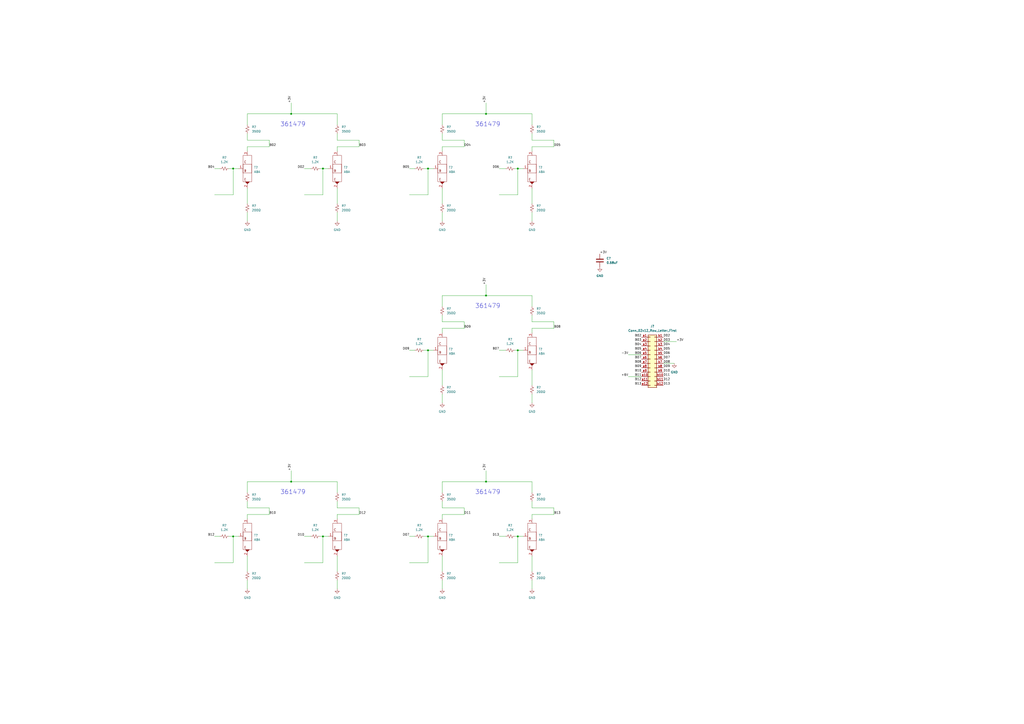
<source format=kicad_sch>
(kicad_sch (version 20211123) (generator eeschema)
  (paper "A2")
  (lib_symbols
    (symbol "Connector_Generic:Conn_02x12_Row_Letter_First" (pin_names (offset 1.016) hide)
      (property "Reference" "J" (at 1.27 15.24 0))
      (property "Value" "Conn_02x12_Row_Letter_First" (at 1.27 -17.78 0))
      (symbol "Conn_02x12_Row_Letter_First_1_1"
        (rectangle (start -1.27 -15.113) (end 0 -15.367) (stroke (width 0.1524)))
        (rectangle (start -1.27 -12.573) (end 0 -12.827) (stroke (width 0.1524)))
        (rectangle (start -1.27 -10.033) (end 0 -10.287) (stroke (width 0.1524)))
        (rectangle (start -1.27 -7.493) (end 0 -7.747) (stroke (width 0.1524)))
        (rectangle (start -1.27 -4.953) (end 0 -5.207) (stroke (width 0.1524)))
        (rectangle (start -1.27 -2.413) (end 0 -2.667) (stroke (width 0.1524)))
        (rectangle (start -1.27 0.127) (end 0 -0.127) (stroke (width 0.1524)))
        (rectangle (start -1.27 2.667) (end 0 2.413) (stroke (width 0.1524)))
        (rectangle (start -1.27 5.207) (end 0 4.953) (stroke (width 0.1524)))
        (rectangle (start -1.27 7.747) (end 0 7.493) (stroke (width 0.1524)))
        (rectangle (start -1.27 10.287) (end 0 10.033) (stroke (width 0.1524)))
        (rectangle (start -1.27 12.827) (end 0 12.573) (stroke (width 0.1524)))
        (rectangle (start -1.27 13.97) (end 3.81 -16.51) (stroke (width 0.254)) (fill (type background)))
        (rectangle (start 3.81 -15.113) (end 2.54 -15.367) (stroke (width 0.1524)))
        (rectangle (start 3.81 -12.573) (end 2.54 -12.827) (stroke (width 0.1524)))
        (rectangle (start 3.81 -10.033) (end 2.54 -10.287) (stroke (width 0.1524)))
        (rectangle (start 3.81 -7.493) (end 2.54 -7.747) (stroke (width 0.1524)))
        (rectangle (start 3.81 -4.953) (end 2.54 -5.207) (stroke (width 0.1524)))
        (rectangle (start 3.81 -2.413) (end 2.54 -2.667) (stroke (width 0.1524)))
        (rectangle (start 3.81 0.127) (end 2.54 -0.127) (stroke (width 0.1524)))
        (rectangle (start 3.81 2.667) (end 2.54 2.413) (stroke (width 0.1524)))
        (rectangle (start 3.81 5.207) (end 2.54 4.953) (stroke (width 0.1524)))
        (rectangle (start 3.81 7.747) (end 2.54 7.493) (stroke (width 0.1524)))
        (rectangle (start 3.81 10.287) (end 2.54 10.033) (stroke (width 0.1524)))
        (rectangle (start 3.81 12.827) (end 2.54 12.573) (stroke (width 0.1524)))
        (pin passive line (at -5.08 12.7 0) (length 3.81) (name "Pin_a1") (number "a1"))
        (pin passive line (at -5.08 -10.16 0) (length 3.81) (name "Pin_a10") (number "a10"))
        (pin passive line (at -5.08 -12.7 0) (length 3.81) (name "Pin_a11") (number "a11"))
        (pin passive line (at -5.08 -15.24 0) (length 3.81) (name "Pin_a12") (number "a12"))
        (pin passive line (at -5.08 10.16 0) (length 3.81) (name "Pin_a2") (number "a2"))
        (pin passive line (at -5.08 7.62 0) (length 3.81) (name "Pin_a3") (number "a3"))
        (pin passive line (at -5.08 5.08 0) (length 3.81) (name "Pin_a4") (number "a4"))
        (pin passive line (at -5.08 2.54 0) (length 3.81) (name "Pin_a5") (number "a5"))
        (pin passive line (at -5.08 0 0) (length 3.81) (name "Pin_a6") (number "a6"))
        (pin passive line (at -5.08 -2.54 0) (length 3.81) (name "Pin_a7") (number "a7"))
        (pin passive line (at -5.08 -5.08 0) (length 3.81) (name "Pin_a8") (number "a8"))
        (pin passive line (at -5.08 -7.62 0) (length 3.81) (name "Pin_a9") (number "a9"))
        (pin passive line (at 7.62 12.7 180) (length 3.81) (name "Pin_b1") (number "b1"))
        (pin passive line (at 7.62 -10.16 180) (length 3.81) (name "Pin_b10") (number "b10"))
        (pin passive line (at 7.62 -12.7 180) (length 3.81) (name "Pin_b11") (number "b11"))
        (pin passive line (at 7.62 -15.24 180) (length 3.81) (name "Pin_b12") (number "b12"))
        (pin passive line (at 7.62 10.16 180) (length 3.81) (name "Pin_b2") (number "b2"))
        (pin passive line (at 7.62 7.62 180) (length 3.81) (name "Pin_b3") (number "b3"))
        (pin passive line (at 7.62 5.08 180) (length 3.81) (name "Pin_b4") (number "b4"))
        (pin passive line (at 7.62 2.54 180) (length 3.81) (name "Pin_b5") (number "b5"))
        (pin passive line (at 7.62 0 180) (length 3.81) (name "Pin_b6") (number "b6"))
        (pin passive line (at 7.62 -2.54 180) (length 3.81) (name "Pin_b7") (number "b7"))
        (pin passive line (at 7.62 -5.08 180) (length 3.81) (name "Pin_b8") (number "b8"))
        (pin passive line (at 7.62 -7.62 180) (length 3.81) (name "Pin_b9") (number "b9"))
      )
    )
    (symbol "Device:C" (pin_numbers hide) (pin_names (offset 0.254))
      (property "Reference" "C" (at 0.635 2.54 0))
      (property "Value" "C" (at 0.635 -2.54 0))
      (symbol "C_0_1"
        (polyline (pts (xy -2.032 -0.762) (xy 2.032 -0.762)) (stroke (width 0.508)))
        (polyline (pts (xy -2.032 0.762) (xy 2.032 0.762)) (stroke (width 0.508)))
      )
      (symbol "C_1_1"
        (pin passive line (at 0 3.81 270) (length 2.794) (name "~") (number "1"))
        (pin passive line (at 0 -3.81 90) (length 2.794) (name "~") (number "2"))
      )
    )
    (symbol "Device:R_Small_US" (pin_numbers hide) (pin_names (offset 0.254) hide)
      (property "Reference" "R" (at 0.762 0.508 0))
      (property "Value" "R_Small_US" (at 0.762 -1.016 0))
      (symbol "R_Small_US_1_1"
        (polyline (pts (xy 0 0) (xy 1.016 -0.381) (xy 0 -0.762) (xy -1.016 -1.143) (xy 0 -1.524)))
        (polyline (pts (xy 0 1.524) (xy 1.016 1.143) (xy 0 0.762) (xy -1.016 0.381) (xy 0 0)))
        (pin passive line (at 0 2.54 270) (length 1.016) (name "~") (number "1"))
        (pin passive line (at 0 -2.54 90) (length 1.016) (name "~") (number "2"))
      )
    )
    (symbol "IBM_SLT-SLD:IBM_Transistor"
      (property "Reference" "T" (at 0 5.08 0))
      (property "Value" "IBM_Transistor" (at 7.62 8.89 0))
      (symbol "IBM_Transistor_0_0"
        (text "B" (at -1.27 -1.27 0) (effects (font (size 1.27 1.27))))
        (text "C" (at -1.27 3.81 0) (effects (font (size 1.27 1.27))))
        (text "E" (at -1.27 -6.35 0) (effects (font (size 1.27 1.27))))
      )
      (symbol "IBM_Transistor_0_1"
        (rectangle (start -2.54 2.54) (end 2.54 -2.54))
        (rectangle (start -2.54 7.62) (end 2.54 -7.62))
        (polyline (pts (xy -1.27 -7.62) (xy 0 -8.89) (xy 1.27 -7.62)) (fill (type outline)))
      )
      (symbol "IBM_Transistor_1_1"
        (pin passive line (at -5.08 0 0) (length 2.54) (name "B") (number "1"))
        (pin passive line (at 0 -11.43 90) (length 2.54) (name "E") (number "2"))
        (pin passive line (at 0 10.16 270) (length 2.54) (name "C") (number "3"))
      )
    )
    (symbol "power:GND" (power) (pin_names (offset 0))
      (property "Value" "GND" (at 0 -3.81 0))
      (symbol "GND_0_1"
        (polyline (pts (xy 0 0) (xy 0 -1.27) (xy 1.27 -1.27) (xy 0 -2.54) (xy -1.27 -1.27) (xy 0 -1.27)))
      )
      (symbol "GND_1_1"
        (pin power_in line (at 0 0 270) (length 0) hide (name "GND") (number "1"))
      )
    )
  )
  (junction (at 135.255 97.79))
  (junction (at 300.355 97.79))
  (junction (at 168.91 279.4))
  (junction (at 248.285 311.15))
  (junction (at 135.255 311.15))
  (junction (at 281.94 66.04))
  (junction (at 281.94 279.4))
  (junction (at 248.285 97.79))
  (junction (at 281.94 171.45))
  (junction (at 168.91 66.04))
  (junction (at 300.355 311.15))
  (junction (at 300.355 203.2))
  (junction (at 187.325 97.79))
  (junction (at 248.285 203.2))
  (junction (at 187.325 311.15))
  (wire (pts (xy 248.285 97.79) (xy 251.46 97.79)))
  (wire (pts (xy 256.54 66.04) (xy 281.94 66.04)))
  (wire (pts (xy 308.61 298.45) (xy 321.31 298.45)))
  (wire (pts (xy 281.94 171.45) (xy 308.61 171.45)))
  (wire (pts (xy 156.21 81.28) (xy 156.21 85.09)))
  (wire (pts (xy 195.58 336.55) (xy 195.58 341.63)))
  (wire (pts (xy 208.28 294.64) (xy 208.28 298.45)))
  (wire (pts (xy 135.255 113.03) (xy 135.255 97.79)))
  (wire (pts (xy 384.81 210.82) (xy 391.16 210.82)))
  (wire (pts (xy 308.61 228.6) (xy 308.61 233.68)))
  (wire (pts (xy 248.285 311.15) (xy 251.46 311.15)))
  (wire (pts (xy 176.53 97.79) (xy 180.34 97.79)))
  (wire (pts (xy 176.53 311.15) (xy 180.34 311.15)))
  (wire (pts (xy 321.31 81.28) (xy 321.31 85.09)))
  (wire (pts (xy 308.61 123.19) (xy 308.61 128.27)))
  (wire (pts (xy 308.61 186.69) (xy 321.31 186.69)))
  (wire (pts (xy 143.51 298.45) (xy 156.21 298.45)))
  (wire (pts (xy 256.54 279.4) (xy 281.94 279.4)))
  (wire (pts (xy 195.58 77.47) (xy 195.58 81.28)))
  (wire (pts (xy 321.31 294.64) (xy 321.31 298.45)))
  (wire (pts (xy 256.54 298.45) (xy 269.24 298.45)))
  (wire (pts (xy 237.49 218.44) (xy 248.285 218.44)))
  (wire (pts (xy 300.355 97.79) (xy 303.53 97.79)))
  (wire (pts (xy 308.61 322.58) (xy 308.61 331.47)))
  (wire (pts (xy 237.49 203.2) (xy 240.665 203.2)))
  (wire (pts (xy 289.56 311.15) (xy 293.37 311.15)))
  (wire (pts (xy 143.51 81.28) (xy 156.21 81.28)))
  (wire (pts (xy 143.51 87.63) (xy 143.51 85.09)))
  (wire (pts (xy 256.54 290.83) (xy 256.54 294.64)))
  (wire (pts (xy 237.49 311.15) (xy 240.665 311.15)))
  (wire (pts (xy 195.58 81.28) (xy 208.28 81.28)))
  (wire (pts (xy 143.51 85.09) (xy 156.21 85.09)))
  (wire (pts (xy 124.46 97.79) (xy 127.635 97.79)))
  (wire (pts (xy 124.46 311.15) (xy 127.635 311.15)))
  (wire (pts (xy 143.51 294.64) (xy 156.21 294.64)))
  (wire (pts (xy 135.255 326.39) (xy 135.255 311.15)))
  (wire (pts (xy 143.51 66.04) (xy 168.91 66.04)))
  (wire (pts (xy 308.61 294.64) (xy 321.31 294.64)))
  (wire (pts (xy 281.94 279.4) (xy 308.61 279.4)))
  (wire (pts (xy 208.28 81.28) (xy 208.28 85.09)))
  (wire (pts (xy 256.54 233.68) (xy 256.54 228.6)))
  (wire (pts (xy 195.58 298.45) (xy 208.28 298.45)))
  (wire (pts (xy 256.54 87.63) (xy 256.54 85.09)))
  (wire (pts (xy 308.61 81.28) (xy 321.31 81.28)))
  (wire (pts (xy 156.21 294.64) (xy 156.21 298.45)))
  (wire (pts (xy 281.94 273.05) (xy 281.94 279.4)))
  (wire (pts (xy 300.355 326.39) (xy 300.355 311.15)))
  (wire (pts (xy 256.54 72.39) (xy 256.54 66.04)))
  (wire (pts (xy 187.325 113.03) (xy 187.325 97.79)))
  (wire (pts (xy 256.54 190.5) (xy 269.24 190.5)))
  (wire (pts (xy 256.54 285.75) (xy 256.54 279.4)))
  (wire (pts (xy 256.54 294.64) (xy 269.24 294.64)))
  (wire (pts (xy 269.24 294.64) (xy 269.24 298.45)))
  (wire (pts (xy 168.91 273.05) (xy 168.91 279.4)))
  (wire (pts (xy 308.61 171.45) (xy 308.61 177.8)))
  (wire (pts (xy 195.58 85.09) (xy 208.28 85.09)))
  (wire (pts (xy 195.58 87.63) (xy 195.58 85.09)))
  (wire (pts (xy 185.42 311.15) (xy 187.325 311.15)))
  (wire (pts (xy 143.51 77.47) (xy 143.51 81.28)))
  (wire (pts (xy 176.53 113.03) (xy 187.325 113.03)))
  (wire (pts (xy 308.61 279.4) (xy 308.61 285.75)))
  (wire (pts (xy 289.56 326.39) (xy 300.355 326.39)))
  (wire (pts (xy 308.61 109.22) (xy 308.61 118.11)))
  (wire (pts (xy 176.53 326.39) (xy 187.325 326.39)))
  (wire (pts (xy 300.355 113.03) (xy 300.355 97.79)))
  (wire (pts (xy 256.54 128.27) (xy 256.54 123.19)))
  (wire (pts (xy 256.54 77.47) (xy 256.54 81.28)))
  (wire (pts (xy 281.94 59.69) (xy 281.94 66.04)))
  (wire (pts (xy 308.61 77.47) (xy 308.61 81.28)))
  (wire (pts (xy 300.355 203.2) (xy 303.53 203.2)))
  (wire (pts (xy 132.715 97.79) (xy 135.255 97.79)))
  (wire (pts (xy 135.255 311.15) (xy 138.43 311.15)))
  (wire (pts (xy 308.61 87.63) (xy 308.61 85.09)))
  (wire (pts (xy 300.355 311.15) (xy 303.53 311.15)))
  (wire (pts (xy 168.91 66.04) (xy 195.58 66.04)))
  (wire (pts (xy 245.745 97.79) (xy 248.285 97.79)))
  (wire (pts (xy 256.54 182.88) (xy 256.54 186.69)))
  (wire (pts (xy 256.54 171.45) (xy 281.94 171.45)))
  (wire (pts (xy 143.51 279.4) (xy 168.91 279.4)))
  (wire (pts (xy 321.31 186.69) (xy 321.31 190.5)))
  (wire (pts (xy 308.61 300.99) (xy 308.61 298.45)))
  (wire (pts (xy 300.355 218.44) (xy 300.355 203.2)))
  (wire (pts (xy 195.58 290.83) (xy 195.58 294.64)))
  (wire (pts (xy 143.51 72.39) (xy 143.51 66.04)))
  (wire (pts (xy 124.46 326.39) (xy 135.255 326.39)))
  (wire (pts (xy 308.61 66.04) (xy 308.61 72.39)))
  (wire (pts (xy 143.51 128.27) (xy 143.51 123.19)))
  (wire (pts (xy 135.255 97.79) (xy 138.43 97.79)))
  (wire (pts (xy 168.91 59.69) (xy 168.91 66.04)))
  (wire (pts (xy 298.45 203.2) (xy 300.355 203.2)))
  (wire (pts (xy 248.285 113.03) (xy 248.285 97.79)))
  (wire (pts (xy 195.58 66.04) (xy 195.58 72.39)))
  (wire (pts (xy 384.81 198.12) (xy 392.43 198.12)))
  (wire (pts (xy 308.61 85.09) (xy 321.31 85.09)))
  (wire (pts (xy 195.58 322.58) (xy 195.58 331.47)))
  (wire (pts (xy 248.285 203.2) (xy 251.46 203.2)))
  (wire (pts (xy 308.61 336.55) (xy 308.61 341.63)))
  (wire (pts (xy 195.58 294.64) (xy 208.28 294.64)))
  (wire (pts (xy 195.58 279.4) (xy 195.58 285.75)))
  (wire (pts (xy 195.58 123.19) (xy 195.58 128.27)))
  (wire (pts (xy 364.49 218.44) (xy 372.11 218.44)))
  (wire (pts (xy 308.61 290.83) (xy 308.61 294.64)))
  (wire (pts (xy 245.745 311.15) (xy 248.285 311.15)))
  (wire (pts (xy 124.46 113.03) (xy 135.255 113.03)))
  (wire (pts (xy 143.51 290.83) (xy 143.51 294.64)))
  (wire (pts (xy 281.94 165.1) (xy 281.94 171.45)))
  (wire (pts (xy 237.49 97.79) (xy 240.665 97.79)))
  (wire (pts (xy 143.51 341.63) (xy 143.51 336.55)))
  (wire (pts (xy 237.49 326.39) (xy 248.285 326.39)))
  (wire (pts (xy 308.61 190.5) (xy 321.31 190.5)))
  (wire (pts (xy 256.54 300.99) (xy 256.54 298.45)))
  (wire (pts (xy 256.54 186.69) (xy 269.24 186.69)))
  (wire (pts (xy 143.51 285.75) (xy 143.51 279.4)))
  (wire (pts (xy 269.24 81.28) (xy 269.24 85.09)))
  (wire (pts (xy 256.54 193.04) (xy 256.54 190.5)))
  (wire (pts (xy 143.51 322.58) (xy 143.51 331.47)))
  (wire (pts (xy 289.56 113.03) (xy 300.355 113.03)))
  (wire (pts (xy 132.715 311.15) (xy 135.255 311.15)))
  (wire (pts (xy 143.51 109.22) (xy 143.51 118.11)))
  (wire (pts (xy 256.54 177.8) (xy 256.54 171.45)))
  (wire (pts (xy 248.285 326.39) (xy 248.285 311.15)))
  (wire (pts (xy 298.45 97.79) (xy 300.355 97.79)))
  (wire (pts (xy 195.58 300.99) (xy 195.58 298.45)))
  (wire (pts (xy 195.58 109.22) (xy 195.58 118.11)))
  (wire (pts (xy 269.24 186.69) (xy 269.24 190.5)))
  (wire (pts (xy 289.56 218.44) (xy 300.355 218.44)))
  (wire (pts (xy 298.45 311.15) (xy 300.355 311.15)))
  (wire (pts (xy 256.54 214.63) (xy 256.54 223.52)))
  (wire (pts (xy 256.54 322.58) (xy 256.54 331.47)))
  (wire (pts (xy 187.325 326.39) (xy 187.325 311.15)))
  (wire (pts (xy 256.54 109.22) (xy 256.54 118.11)))
  (wire (pts (xy 289.56 97.79) (xy 293.37 97.79)))
  (wire (pts (xy 187.325 97.79) (xy 190.5 97.79)))
  (wire (pts (xy 308.61 182.88) (xy 308.61 186.69)))
  (wire (pts (xy 168.91 279.4) (xy 195.58 279.4)))
  (wire (pts (xy 248.285 218.44) (xy 248.285 203.2)))
  (wire (pts (xy 185.42 97.79) (xy 187.325 97.79)))
  (wire (pts (xy 364.49 205.74) (xy 372.11 205.74)))
  (wire (pts (xy 256.54 85.09) (xy 269.24 85.09)))
  (wire (pts (xy 256.54 81.28) (xy 269.24 81.28)))
  (wire (pts (xy 289.56 203.2) (xy 293.37 203.2)))
  (wire (pts (xy 245.745 203.2) (xy 248.285 203.2)))
  (wire (pts (xy 308.61 214.63) (xy 308.61 223.52)))
  (wire (pts (xy 281.94 66.04) (xy 308.61 66.04)))
  (wire (pts (xy 308.61 193.04) (xy 308.61 190.5)))
  (wire (pts (xy 237.49 113.03) (xy 248.285 113.03)))
  (wire (pts (xy 143.51 300.99) (xy 143.51 298.45)))
  (wire (pts (xy 187.325 311.15) (xy 190.5 311.15)))
  (wire (pts (xy 256.54 341.63) (xy 256.54 336.55)))
  (text "361479" (at 275.59 287.02 0) (effects (font (size 2.54 2.54)) (justify left bottom)))
  (text "361479" (at 162.56 73.66 0) (effects (font (size 2.54 2.54)) (justify left bottom)))
  (text "361479" (at 275.59 73.66 0) (effects (font (size 2.54 2.54)) (justify left bottom)))
  (text "361479" (at 275.59 179.07 0) (effects (font (size 2.54 2.54)) (justify left bottom)))
  (text "361479" (at 162.56 287.02 0) (effects (font (size 2.54 2.54)) (justify left bottom)))
  (label "B04" (at 124.46 97.79 180))
  (label "+3V" (at 168.91 273.05 90))
  (label "B10" (at 156.21 298.45 0))
  (label "+3V" (at 392.43 198.12 0))
  (label "B13" (at 321.31 298.45 0))
  (label "B03" (at 208.28 85.09 0))
  (label "-3V" (at 364.49 205.74 180))
  (label "+3V" (at 281.94 273.05 90))
  (label "D13" (at 289.56 311.15 180))
  (label "B02" (at 156.21 85.09 0))
  (label "D06" (at 384.81 205.74 0))
  (label "+6V" (at 364.49 218.44 180))
  (label "D13" (at 384.81 223.52 0))
  (label "D09" (at 384.81 213.36 0))
  (label "+3V" (at 281.94 59.69 90))
  (label "D12" (at 208.28 298.45 0))
  (label "B12" (at 372.11 220.98 180))
  (label "D02" (at 176.53 97.79 180))
  (label "B02" (at 372.11 195.58 180))
  (label "D09" (at 237.49 203.2 180))
  (label "B11" (at 372.11 218.44 180))
  (label "D07" (at 384.81 208.28 0))
  (label "+3V" (at 281.94 165.1 90))
  (label "+3V" (at 168.91 59.69 90))
  (label "B07" (at 289.56 203.2 180))
  (label "B10" (at 372.11 215.9 180))
  (label "B09" (at 372.11 213.36 180))
  (label "D02" (at 384.81 195.58 0))
  (label "B05" (at 372.11 203.2 180))
  (label "B04" (at 372.11 200.66 180))
  (label "D10" (at 176.53 311.15 180))
  (label "B08" (at 321.31 190.5 0))
  (label "D04" (at 269.24 85.09 0))
  (label "D05" (at 384.81 203.2 0))
  (label "B13" (at 372.11 223.52 180))
  (label "B05" (at 237.49 97.79 180))
  (label "D11" (at 384.81 218.44 0))
  (label "B08" (at 372.11 210.82 180))
  (label "B09" (at 269.24 190.5 0))
  (label "D05" (at 321.31 85.09 0))
  (label "D04" (at 384.81 200.66 0))
  (label "B03" (at 372.11 198.12 180))
  (label "D07" (at 237.49 311.15 180))
  (label "B06" (at 372.11 205.74 180))
  (label "D12" (at 384.81 220.98 0))
  (label "D08" (at 384.81 210.82 0))
  (label "B07" (at 372.11 208.28 180))
  (label "D03" (at 384.81 198.12 0))
  (label "D10" (at 384.81 215.9 0))
  (label "D11" (at 269.24 298.45 0))
  (label "B12" (at 124.46 311.15 180))
  (label "D06" (at 289.56 97.79 180))
  (label "+3V" (at 347.98 147.32 0))
  (symbol (lib_id "power:GND") (at 195.58 341.63 0) (unit 1)
    (property "Reference" "#PWR?" (effects hide))
    (property "Value" "GND" (at 195.58 346.71 0))
  )
  (symbol (lib_id "power:GND") (at 308.61 233.68 0) (unit 1)
    (property "Reference" "#PWR?" (effects hide))
    (property "Value" "GND" (at 308.61 238.76 0))
  )
  (symbol (lib_id "power:GND") (at 143.51 128.27 0) (unit 1)
    (property "Reference" "#PWR?" (effects hide))
    (property "Value" "GND" (at 143.51 133.35 0))
  )
  (symbol (lib_id "power:GND") (at 143.51 341.63 0) (unit 1)
    (property "Reference" "#PWR?" (effects hide))
    (property "Value" "GND" (at 143.51 346.71 0))
  )
  (symbol (lib_id "IBM_SLT-SLD:IBM_Transistor") (at 143.51 97.79 0) (unit 1)
    (property "Reference" "T?" (at 147.32 97.1549 0) (effects (justify left)))
    (property "Value" "ABA" (at 147.32 99.6949 0) (effects (justify left)))
  )
  (symbol (lib_id "Device:R_Small_US") (at 143.51 288.29 0) (unit 1)
    (property "Reference" "R?" (at 146.05 287.0199 0) (effects (justify left)))
    (property "Value" "350Ω" (at 146.05 289.5599 0) (effects (justify left)))
    (property "Footprint" "Resistor_SMD:R_0201_0603Metric" (effects hide))
  )
  (symbol (lib_id "power:GND") (at 256.54 341.63 0) (unit 1)
    (property "Reference" "#PWR?" (effects hide))
    (property "Value" "GND" (at 256.54 346.71 0))
  )
  (symbol (lib_id "IBM_SLT-SLD:IBM_Transistor") (at 308.61 203.2 0) (unit 1)
    (property "Reference" "T?" (at 312.42 202.5649 0) (effects (justify left)))
    (property "Value" "ABA" (at 312.42 205.1049 0) (effects (justify left)))
  )
  (symbol (lib_id "Device:R_Small_US") (at 308.61 74.93 0) (unit 1)
    (property "Reference" "R?" (at 311.15 73.6599 0) (effects (justify left)))
    (property "Value" "350Ω" (at 311.15 76.1999 0) (effects (justify left)))
    (property "Footprint" "Resistor_SMD:R_0201_0603Metric" (effects hide))
  )
  (symbol (lib_id "power:GND") (at 195.58 128.27 0) (unit 1)
    (property "Reference" "#PWR?" (effects hide))
    (property "Value" "GND" (at 195.58 133.35 0))
  )
  (symbol (lib_id "power:GND") (at 256.54 128.27 0) (unit 1)
    (property "Reference" "#PWR?" (effects hide))
    (property "Value" "GND" (at 256.54 133.35 0))
  )
  (symbol (lib_id "IBM_SLT-SLD:IBM_Transistor") (at 256.54 97.79 0) (unit 1)
    (property "Reference" "T?" (at 260.35 97.1549 0) (effects (justify left)))
    (property "Value" "ABA" (at 260.35 99.6949 0) (effects (justify left)))
  )
  (symbol (lib_id "Device:R_Small_US") (at 130.175 311.15 90) (unit 1)
    (property "Reference" "R?" (at 130.175 304.8 90))
    (property "Value" "1.2K" (at 130.175 307.34 90))
    (property "Footprint" "Resistor_SMD:R_0201_0603Metric" (effects hide))
  )
  (symbol (lib_id "Device:R_Small_US") (at 143.51 74.93 0) (unit 1)
    (property "Reference" "R?" (at 146.05 73.6599 0) (effects (justify left)))
    (property "Value" "350Ω" (at 146.05 76.1999 0) (effects (justify left)))
    (property "Footprint" "Resistor_SMD:R_0201_0603Metric" (effects hide))
  )
  (symbol (lib_id "Device:R_Small_US") (at 256.54 180.34 0) (unit 1)
    (property "Reference" "R?" (at 259.08 179.0699 0) (effects (justify left)))
    (property "Value" "350Ω" (at 259.08 181.6099 0) (effects (justify left)))
    (property "Footprint" "Resistor_SMD:R_0201_0603Metric" (effects hide))
  )
  (symbol (lib_id "Device:R_Small_US") (at 256.54 288.29 0) (unit 1)
    (property "Reference" "R?" (at 259.08 287.0199 0) (effects (justify left)))
    (property "Value" "350Ω" (at 259.08 289.5599 0) (effects (justify left)))
    (property "Footprint" "Resistor_SMD:R_0201_0603Metric" (effects hide))
  )
  (symbol (lib_id "Device:R_Small_US") (at 295.91 311.15 90) (unit 1)
    (property "Reference" "R?" (at 295.91 304.8 90))
    (property "Value" "1.2K" (at 295.91 307.34 90))
    (property "Footprint" "Resistor_SMD:R_0201_0603Metric" (effects hide))
  )
  (symbol (lib_id "IBM_SLT-SLD:IBM_Transistor") (at 308.61 97.79 0) (unit 1)
    (property "Reference" "T?" (at 312.42 97.1549 0) (effects (justify left)))
    (property "Value" "ABA" (at 312.42 99.6949 0) (effects (justify left)))
  )
  (symbol (lib_id "power:GND") (at 308.61 128.27 0) (unit 1)
    (property "Reference" "#PWR?" (effects hide))
    (property "Value" "GND" (at 308.61 133.35 0))
  )
  (symbol (lib_id "Device:R_Small_US") (at 182.88 311.15 90) (unit 1)
    (property "Reference" "R?" (at 182.88 304.8 90))
    (property "Value" "1.2K" (at 182.88 307.34 90))
    (property "Footprint" "Resistor_SMD:R_0201_0603Metric" (effects hide))
  )
  (symbol (lib_id "power:GND") (at 308.61 341.63 0) (unit 1)
    (property "Reference" "#PWR?" (effects hide))
    (property "Value" "GND" (at 308.61 346.71 0))
  )
  (symbol (lib_id "IBM_SLT-SLD:IBM_Transistor") (at 195.58 97.79 0) (unit 1)
    (property "Reference" "T?" (at 199.39 97.1549 0) (effects (justify left)))
    (property "Value" "ABA" (at 199.39 99.6949 0) (effects (justify left)))
  )
  (symbol (lib_id "Device:R_Small_US") (at 308.61 180.34 0) (unit 1)
    (property "Reference" "R?" (at 311.15 179.0699 0) (effects (justify left)))
    (property "Value" "350Ω" (at 311.15 181.6099 0) (effects (justify left)))
    (property "Footprint" "Resistor_SMD:R_0201_0603Metric" (effects hide))
  )
  (symbol (lib_id "Device:R_Small_US") (at 256.54 120.65 0) (unit 1)
    (property "Reference" "R?" (at 259.08 119.3799 0) (effects (justify left)))
    (property "Value" "200Ω" (at 259.08 121.9199 0) (effects (justify left)))
    (property "Footprint" "Resistor_SMD:R_0201_0603Metric" (effects hide))
  )
  (symbol (lib_id "Device:R_Small_US") (at 143.51 120.65 0) (unit 1)
    (property "Reference" "R?" (at 146.05 119.3799 0) (effects (justify left)))
    (property "Value" "200Ω" (at 146.05 121.9199 0) (effects (justify left)))
    (property "Footprint" "Resistor_SMD:R_0201_0603Metric" (effects hide))
  )
  (symbol (lib_id "Device:R_Small_US") (at 243.205 97.79 90) (unit 1)
    (property "Reference" "R?" (at 243.205 91.44 90))
    (property "Value" "1.2K" (at 243.205 93.98 90))
    (property "Footprint" "Resistor_SMD:R_0201_0603Metric" (effects hide))
  )
  (symbol (lib_id "Device:R_Small_US") (at 195.58 120.65 0) (unit 1)
    (property "Reference" "R?" (at 198.12 119.3799 0) (effects (justify left)))
    (property "Value" "200Ω" (at 198.12 121.9199 0) (effects (justify left)))
    (property "Footprint" "Resistor_SMD:R_0201_0603Metric" (effects hide))
  )
  (symbol (lib_id "Device:R_Small_US") (at 243.205 311.15 90) (unit 1)
    (property "Reference" "R?" (at 243.205 304.8 90))
    (property "Value" "1.2K" (at 243.205 307.34 90))
    (property "Footprint" "Resistor_SMD:R_0201_0603Metric" (effects hide))
  )
  (symbol (lib_id "Device:R_Small_US") (at 195.58 74.93 0) (unit 1)
    (property "Reference" "R?" (at 198.12 73.6599 0) (effects (justify left)))
    (property "Value" "350Ω" (at 198.12 76.1999 0) (effects (justify left)))
    (property "Footprint" "Resistor_SMD:R_0201_0603Metric" (effects hide))
  )
  (symbol (lib_id "Device:R_Small_US") (at 182.88 97.79 90) (unit 1)
    (property "Reference" "R?" (at 182.88 91.44 90))
    (property "Value" "1.2K" (at 182.88 93.98 90))
    (property "Footprint" "Resistor_SMD:R_0201_0603Metric" (effects hide))
  )
  (symbol (lib_id "Device:R_Small_US") (at 195.58 334.01 0) (unit 1)
    (property "Reference" "R?" (at 198.12 332.7399 0) (effects (justify left)))
    (property "Value" "200Ω" (at 198.12 335.2799 0) (effects (justify left)))
    (property "Footprint" "Resistor_SMD:R_0201_0603Metric" (effects hide))
  )
  (symbol (lib_id "Device:R_Small_US") (at 256.54 226.06 0) (unit 1)
    (property "Reference" "R?" (at 259.08 224.7899 0) (effects (justify left)))
    (property "Value" "200Ω" (at 259.08 227.3299 0) (effects (justify left)))
    (property "Footprint" "Resistor_SMD:R_0201_0603Metric" (effects hide))
  )
  (symbol (lib_id "Device:R_Small_US") (at 243.205 203.2 90) (unit 1)
    (property "Reference" "R?" (at 243.205 196.85 90))
    (property "Value" "1.2K" (at 243.205 199.39 90))
    (property "Footprint" "Resistor_SMD:R_0201_0603Metric" (effects hide))
  )
  (symbol (lib_id "Device:R_Small_US") (at 143.51 334.01 0) (unit 1)
    (property "Reference" "R?" (at 146.05 332.7399 0) (effects (justify left)))
    (property "Value" "200Ω" (at 146.05 335.2799 0) (effects (justify left)))
    (property "Footprint" "Resistor_SMD:R_0201_0603Metric" (effects hide))
  )
  (symbol (lib_id "Device:R_Small_US") (at 295.91 97.79 90) (unit 1)
    (property "Reference" "R?" (at 295.91 91.44 90))
    (property "Value" "1.2K" (at 295.91 93.98 90))
    (property "Footprint" "Resistor_SMD:R_0201_0603Metric" (effects hide))
  )
  (symbol (lib_id "power:GND") (at 256.54 233.68 0) (unit 1)
    (property "Reference" "#PWR?" (effects hide))
    (property "Value" "GND" (at 256.54 238.76 0))
  )
  (symbol (lib_id "Device:R_Small_US") (at 256.54 334.01 0) (unit 1)
    (property "Reference" "R?" (at 259.08 332.7399 0) (effects (justify left)))
    (property "Value" "200Ω" (at 259.08 335.2799 0) (effects (justify left)))
    (property "Footprint" "Resistor_SMD:R_0201_0603Metric" (effects hide))
  )
  (symbol (lib_id "IBM_SLT-SLD:IBM_Transistor") (at 143.51 311.15 0) (unit 1)
    (property "Reference" "T?" (at 147.32 310.5149 0) (effects (justify left)))
    (property "Value" "ABA" (at 147.32 313.0549 0) (effects (justify left)))
  )
  (symbol (lib_id "Device:R_Small_US") (at 295.91 203.2 90) (unit 1)
    (property "Reference" "R?" (at 295.91 196.85 90))
    (property "Value" "1.2K" (at 295.91 199.39 90))
    (property "Footprint" "Resistor_SMD:R_0201_0603Metric" (effects hide))
  )
  (symbol (lib_id "Device:R_Small_US") (at 308.61 288.29 0) (unit 1)
    (property "Reference" "R?" (at 311.15 287.0199 0) (effects (justify left)))
    (property "Value" "350Ω" (at 311.15 289.5599 0) (effects (justify left)))
    (property "Footprint" "Resistor_SMD:R_0201_0603Metric" (effects hide))
  )
  (symbol (lib_id "IBM_SLT-SLD:IBM_Transistor") (at 256.54 311.15 0) (unit 1)
    (property "Reference" "T?" (at 260.35 310.5149 0) (effects (justify left)))
    (property "Value" "ABA" (at 260.35 313.0549 0) (effects (justify left)))
  )
  (symbol (lib_id "power:GND") (at 391.16 210.82 0) (unit 1)
    (property "Reference" "#PWR?" (effects hide))
    (property "Value" "GND" (at 391.16 215.9 0))
  )
  (symbol (lib_id "IBM_SLT-SLD:IBM_Transistor") (at 308.61 311.15 0) (unit 1)
    (property "Reference" "T?" (at 312.42 310.5149 0) (effects (justify left)))
    (property "Value" "ABA" (at 312.42 313.0549 0) (effects (justify left)))
  )
  (symbol (lib_id "power:GND") (at 347.98 154.94 0) (unit 1)
    (property "Reference" "#PWR?" (effects hide))
    (property "Value" "GND" (at 347.98 160.02 0))
  )
  (symbol (lib_id "Device:R_Small_US") (at 256.54 74.93 0) (unit 1)
    (property "Reference" "R?" (at 259.08 73.6599 0) (effects (justify left)))
    (property "Value" "350Ω" (at 259.08 76.1999 0) (effects (justify left)))
    (property "Footprint" "Resistor_SMD:R_0201_0603Metric" (effects hide))
  )
  (symbol (lib_id "IBM_SLT-SLD:IBM_Transistor") (at 195.58 311.15 0) (unit 1)
    (property "Reference" "T?" (at 199.39 310.5149 0) (effects (justify left)))
    (property "Value" "ABA" (at 199.39 313.0549 0) (effects (justify left)))
  )
  (symbol (lib_id "Device:R_Small_US") (at 130.175 97.79 90) (unit 1)
    (property "Reference" "R?" (at 130.175 91.44 90))
    (property "Value" "1.2K" (at 130.175 93.98 90))
    (property "Footprint" "Resistor_SMD:R_0201_0603Metric" (effects hide))
  )
  (symbol (lib_id "Device:R_Small_US") (at 195.58 288.29 0) (unit 1)
    (property "Reference" "R?" (at 198.12 287.0199 0) (effects (justify left)))
    (property "Value" "350Ω" (at 198.12 289.5599 0) (effects (justify left)))
    (property "Footprint" "Resistor_SMD:R_0201_0603Metric" (effects hide))
  )
  (symbol (lib_id "Connector_Generic:Conn_02x12_Row_Letter_First") (at 377.19 208.28 0) (unit 1)
    (property "Reference" "J?" (at 378.46 189.23 0))
    (property "Value" "Conn_02x12_Row_Letter_First" (at 378.46 191.77 0))
  )
  (symbol (lib_id "Device:R_Small_US") (at 308.61 120.65 0) (unit 1)
    (property "Reference" "R?" (at 311.15 119.3799 0) (effects (justify left)))
    (property "Value" "200Ω" (at 311.15 121.9199 0) (effects (justify left)))
    (property "Footprint" "Resistor_SMD:R_0201_0603Metric" (effects hide))
  )
  (symbol (lib_id "IBM_SLT-SLD:IBM_Transistor") (at 256.54 203.2 0) (unit 1)
    (property "Reference" "T?" (at 260.35 202.5649 0) (effects (justify left)))
    (property "Value" "ABA" (at 260.35 205.1049 0) (effects (justify left)))
  )
  (symbol (lib_id "Device:R_Small_US") (at 308.61 334.01 0) (unit 1)
    (property "Reference" "R?" (at 311.15 332.7399 0) (effects (justify left)))
    (property "Value" "200Ω" (at 311.15 335.2799 0) (effects (justify left)))
    (property "Footprint" "Resistor_SMD:R_0201_0603Metric" (effects hide))
  )
  (symbol (lib_id "Device:R_Small_US") (at 308.61 226.06 0) (unit 1)
    (property "Reference" "R?" (at 311.15 224.7899 0) (effects (justify left)))
    (property "Value" "200Ω" (at 311.15 227.3299 0) (effects (justify left)))
    (property "Footprint" "Resistor_SMD:R_0201_0603Metric" (effects hide))
  )
  (symbol (lib_id "Device:C") (at 347.98 151.13 0) (unit 1)
    (property "Reference" "C?" (at 351.79 149.8599 0) (effects (justify left)))
    (property "Value" "0.68uF" (at 351.79 152.3999 0) (effects (justify left)))
  )
)
</source>
